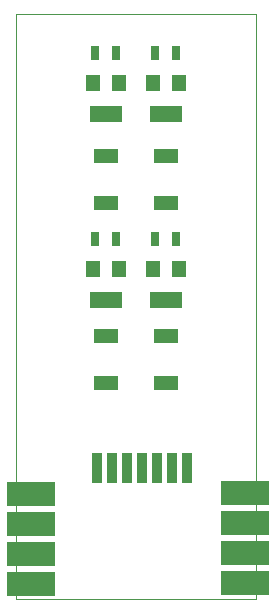
<source format=gtp>
G75*
%MOIN*%
%OFA0B0*%
%FSLAX25Y25*%
%IPPOS*%
%LPD*%
%AMOC8*
5,1,8,0,0,1.08239X$1,22.5*
%
%ADD10C,0.00000*%
%ADD11R,0.08268X0.05000*%
%ADD12R,0.11024X0.05512*%
%ADD13R,0.04724X0.05512*%
%ADD14R,0.03150X0.04724*%
%ADD15R,0.16000X0.08000*%
%ADD16R,0.03543X0.09843*%
D10*
X0005050Y0028010D02*
X0005050Y0223010D01*
X0085050Y0223010D01*
X0085050Y0028010D01*
X0005050Y0028010D01*
D11*
X0035050Y0100215D03*
X0035050Y0115805D03*
X0035050Y0160215D03*
X0035050Y0175805D03*
X0055050Y0175805D03*
X0055050Y0160215D03*
X0055050Y0115805D03*
X0055050Y0100215D03*
D12*
X0055050Y0127892D03*
X0035050Y0127892D03*
X0035050Y0189892D03*
X0055050Y0189892D03*
D13*
X0050719Y0200128D03*
X0059381Y0200128D03*
X0039381Y0200128D03*
X0030719Y0200128D03*
X0030719Y0138128D03*
X0039381Y0138128D03*
X0050719Y0138128D03*
X0059381Y0138128D03*
D14*
X0058593Y0148010D03*
X0051507Y0148010D03*
X0038593Y0148010D03*
X0031507Y0148010D03*
X0031507Y0210010D03*
X0038593Y0210010D03*
X0051507Y0210010D03*
X0058593Y0210010D03*
D15*
X0081350Y0063410D03*
X0081350Y0053410D03*
X0081350Y0043410D03*
X0081350Y0033410D03*
X0009950Y0033010D03*
X0009950Y0043010D03*
X0009950Y0053010D03*
X0009950Y0063010D03*
D16*
X0032152Y0071762D03*
X0037152Y0071762D03*
X0042152Y0071762D03*
X0047152Y0071762D03*
X0052152Y0071762D03*
X0057152Y0071762D03*
X0062152Y0071762D03*
M02*

</source>
